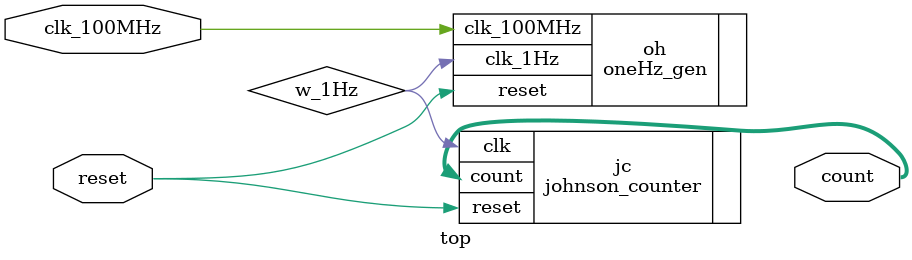
<source format=v>
`timescale 1ns / 1ps


`timescale 1ns / 1ps

module top(
    input clk_100MHz,
    input reset,
    output [3:0] count
    );
    
    wire w_1Hz;
    
    johnson_counter jc(
        .clk(w_1Hz),
        .reset(reset),
        .count(count)
        );
        
    oneHz_gen oh(
        .clk_100MHz(clk_100MHz),
        .reset(reset),
        .clk_1Hz(w_1Hz)
        );
    
    
endmodule

</source>
